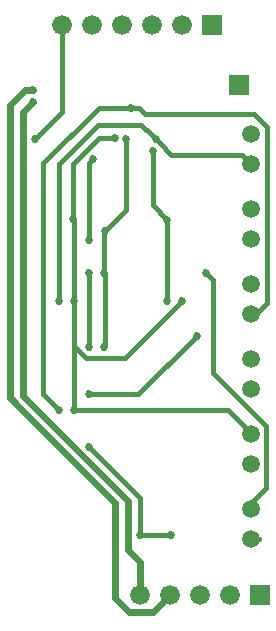
<source format=gbl>
%FSLAX46Y46*%
G04 Gerber Fmt 4.6, Leading zero omitted, Abs format (unit mm)*
G04 Created by KiCad (PCBNEW (2014-09-30 BZR 5157)-product) date 07/10/2014 19:43:52*
%MOMM*%
G01*
G04 APERTURE LIST*
%ADD10C,0.100000*%
%ADD11R,1.676400X1.676400*%
%ADD12C,1.676400*%
%ADD13C,1.500000*%
%ADD14C,0.685800*%
%ADD15C,0.406400*%
%ADD16C,0.609600*%
%ADD17C,0.152400*%
%ADD18C,0.254000*%
%ADD19C,0.304800*%
G04 APERTURE END LIST*
D10*
D11*
X127000000Y-127000000D03*
D12*
X124460000Y-127000000D03*
X121920000Y-127000000D03*
X119380000Y-127000000D03*
X116840000Y-127000000D03*
X114300000Y-127000000D03*
D11*
X131064000Y-175260000D03*
D12*
X128524000Y-175260000D03*
X125984000Y-175260000D03*
X123444000Y-175260000D03*
X120904000Y-175260000D03*
D13*
X130302000Y-170497500D03*
X130302000Y-167957500D03*
X130302000Y-164147500D03*
X130302000Y-161607500D03*
X130302000Y-157797500D03*
X130302000Y-155257500D03*
X130302000Y-151447500D03*
X130302000Y-148907500D03*
X130302000Y-145097500D03*
X130302000Y-142557500D03*
X130302000Y-138747500D03*
X130302000Y-136207500D03*
D11*
X129286000Y-132080000D03*
D14*
X116586000Y-162750500D03*
X123507500Y-170180000D03*
X120904000Y-170180000D03*
X125730000Y-153289000D03*
X116586000Y-158242000D03*
X111823500Y-132461000D03*
X111823500Y-133540500D03*
X112014000Y-136652000D03*
X126492000Y-148018500D03*
X116586000Y-154241500D03*
X116586000Y-147955000D03*
X116586000Y-145161000D03*
X116967000Y-138303000D03*
X115316000Y-150368000D03*
X124460000Y-150368000D03*
X115252500Y-143383000D03*
X118808500Y-136588500D03*
X115316000Y-159575500D03*
X117856000Y-154241500D03*
X117919500Y-144462500D03*
X117856000Y-147955000D03*
X119697500Y-136652000D03*
X120142000Y-133985000D03*
X114046000Y-159575500D03*
X123190000Y-150368000D03*
X123190000Y-143459170D03*
X121983500Y-137668000D03*
X122230855Y-136659198D03*
X114046000Y-150368000D03*
D15*
X120904000Y-170180000D02*
X120904000Y-167068500D01*
X120904000Y-167068500D02*
X116586000Y-162750500D01*
X120904000Y-170180000D02*
X123507500Y-170180000D01*
X120777000Y-158242000D02*
X125730000Y-153289000D01*
X116586000Y-158242000D02*
X120777000Y-158242000D01*
D16*
X110299500Y-158940500D02*
X109918492Y-158559492D01*
X109918492Y-158559492D02*
X109918492Y-133731008D01*
X109918492Y-133731008D02*
X111188500Y-132461000D01*
X111188500Y-132461000D02*
X111823500Y-132461000D01*
X118808500Y-167449500D02*
X110172492Y-158813492D01*
X118808500Y-175514000D02*
X118808500Y-167449500D01*
X120015000Y-176720500D02*
X118808500Y-175514000D01*
X121983500Y-176720500D02*
X120015000Y-176720500D01*
X123444000Y-175260000D02*
X121983500Y-176720500D01*
X111442500Y-158813500D02*
X110998000Y-158369000D01*
X110998000Y-158369000D02*
X110998000Y-134366000D01*
X110998000Y-134366000D02*
X111480601Y-133883399D01*
X111480601Y-133883399D02*
X111823500Y-133540500D01*
X119888000Y-167259000D02*
X111125000Y-158496000D01*
X119888000Y-171450000D02*
X119888000Y-167259000D01*
X120904000Y-172466000D02*
X119888000Y-171450000D01*
X120904000Y-172466000D02*
X120904000Y-175260000D01*
D15*
X120904000Y-175260000D02*
X120332500Y-175260000D01*
D17*
X114109500Y-127000000D02*
X114300000Y-127000000D01*
D15*
X114300000Y-134366000D02*
X112014000Y-136652000D01*
X114300000Y-127190500D02*
X114300000Y-134366000D01*
D18*
X114109500Y-127000000D02*
X114300000Y-127190500D01*
D15*
X130302000Y-167957500D02*
X130302000Y-167449500D01*
X130302000Y-167449500D02*
X131572000Y-166179500D01*
X131572000Y-166179500D02*
X131572000Y-160972500D01*
X131572000Y-160972500D02*
X127063500Y-156464000D01*
X127063500Y-156464000D02*
X127063500Y-148590000D01*
X127063500Y-148590000D02*
X126492000Y-148018500D01*
X130302000Y-170497500D02*
X131000500Y-170497500D01*
X116586000Y-154241500D02*
X116586000Y-147955000D01*
X116586000Y-145161000D02*
X116586000Y-138684000D01*
X116586000Y-138684000D02*
X116624101Y-138645899D01*
X116624101Y-138645899D02*
X116967000Y-138303000D01*
X123063000Y-159575500D02*
X128333500Y-159575500D01*
X128333500Y-159575500D02*
X130302000Y-161544000D01*
D19*
X130302000Y-161544000D02*
X130302000Y-161607500D01*
D15*
X115316000Y-153606500D02*
X115316000Y-150368000D01*
X115316000Y-154178000D02*
X116332000Y-155194000D01*
X116332000Y-155194000D02*
X119634000Y-155194000D01*
X119634000Y-155194000D02*
X124460000Y-150368000D01*
X115316000Y-153606500D02*
X115316000Y-154178000D01*
X115316000Y-150368000D02*
X115316000Y-143446500D01*
X115316000Y-143446500D02*
X115252500Y-143383000D01*
X118323567Y-136588500D02*
X118808500Y-136588500D01*
X115252500Y-143383000D02*
X115252500Y-138778994D01*
X115252500Y-138778994D02*
X117442994Y-136588500D01*
X117442994Y-136588500D02*
X118323567Y-136588500D01*
X115316000Y-153606500D02*
X115316000Y-159575500D01*
X115316000Y-159575500D02*
X123063000Y-159575500D01*
X123063000Y-159575500D02*
X123190000Y-159575500D01*
X117919500Y-154178000D02*
X117919500Y-147955000D01*
X117856000Y-154241500D02*
X117919500Y-154178000D01*
X117856000Y-147955000D02*
X117856000Y-144526000D01*
X117856000Y-144526000D02*
X117919500Y-144462500D01*
X119697500Y-137136933D02*
X119697500Y-136652000D01*
X119697500Y-142684500D02*
X119697500Y-137136933D01*
X117919500Y-144462500D02*
X119697500Y-142684500D01*
X130302000Y-151447500D02*
X130746500Y-151447500D01*
X130746500Y-151447500D02*
X131699000Y-150495000D01*
X120840500Y-133985000D02*
X120142000Y-133985000D01*
X121348500Y-134493000D02*
X120840500Y-133985000D01*
X130556000Y-134493000D02*
X121348500Y-134493000D01*
X131699000Y-135636000D02*
X130556000Y-134493000D01*
X131699000Y-146812000D02*
X131699000Y-135636000D01*
X131699000Y-150495000D02*
X131699000Y-146812000D01*
X112712500Y-138684000D02*
X117411500Y-133985000D01*
X112712500Y-140462000D02*
X112712500Y-138684000D01*
X117411500Y-133985000D02*
X120142000Y-133985000D01*
D18*
X112712500Y-140398500D02*
X112712500Y-140462000D01*
D15*
X114046000Y-159575500D02*
X112712500Y-158242000D01*
X112712500Y-140462000D02*
X112712500Y-158242000D01*
X123190000Y-150368000D02*
X123190000Y-143459170D01*
X123190000Y-143459170D02*
X121983500Y-142252670D01*
X121983500Y-142252670D02*
X121983500Y-138152933D01*
X121983500Y-138152933D02*
X121983500Y-137668000D01*
X114046000Y-150368000D02*
X114046000Y-138747500D01*
X121887956Y-136316299D02*
X122230855Y-136659198D01*
X114046000Y-138747500D02*
X117348000Y-135445500D01*
X117348000Y-135445500D02*
X121017157Y-135445500D01*
X121017157Y-135445500D02*
X121887956Y-136316299D01*
X129540000Y-137985500D02*
X129284771Y-137985500D01*
X130302000Y-138747500D02*
X129540000Y-137985500D01*
X122573754Y-137002097D02*
X122230855Y-136659198D01*
X123557157Y-137985500D02*
X122573754Y-137002097D01*
X129284771Y-137985500D02*
X123557157Y-137985500D01*
M02*

</source>
